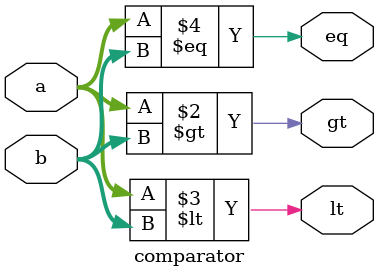
<source format=v>
module comparator(a,b,gt,lt,eq);
	input [3:0]a,b;
	output gt,lt,eq;
	reg gt,lt,eq;
	always@(*)begin
		gt=(a>b);
		lt=(a<b);
		eq=(a==b);
	end
endmodule

</source>
